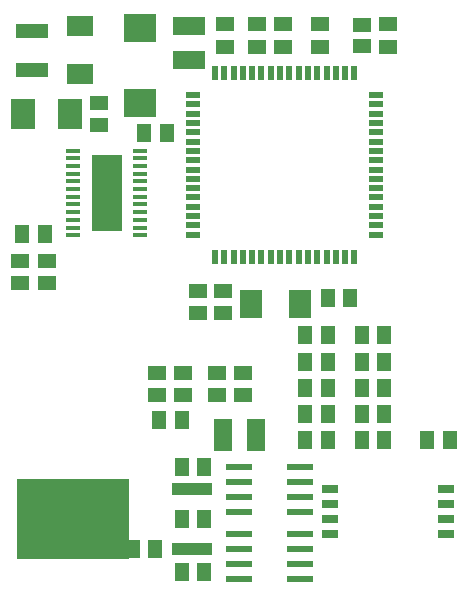
<source format=gbr>
G04 EAGLE Gerber RS-274X export*
G75*
%MOMM*%
%FSLAX34Y34*%
%LPD*%
%INSolderpaste Top*%
%IPPOS*%
%AMOC8*
5,1,8,0,0,1.08239X$1,22.5*%
G01*
%ADD10R,2.000000X2.500000*%
%ADD11R,2.160000X1.780000*%
%ADD12R,2.800000X1.200000*%
%ADD13R,2.800000X2.400000*%
%ADD14R,1.300000X1.500000*%
%ADD15R,1.500000X1.300000*%
%ADD16R,1.900000X2.400000*%
%ADD17R,3.400000X1.000000*%
%ADD18R,9.600000X6.800000*%
%ADD19R,1.300000X0.450000*%
%ADD20R,2.650000X6.400000*%
%ADD21R,2.700000X1.600000*%
%ADD22R,1.600000X2.700000*%
%ADD23R,2.200000X0.600000*%
%ADD24R,1.346200X0.685800*%
%ADD25R,1.193800X0.558800*%
%ADD26R,0.558800X1.193800*%


D10*
X122875Y415925D03*
X162875Y415925D03*
D11*
X171450Y449600D03*
X171450Y490300D03*
D12*
X130175Y486400D03*
X130175Y453400D03*
D13*
X222250Y425700D03*
X222250Y488700D03*
D14*
X380975Y161925D03*
X361975Y161925D03*
X380975Y184150D03*
X361975Y184150D03*
X380975Y206375D03*
X361975Y206375D03*
X380975Y228600D03*
X361975Y228600D03*
X428600Y228600D03*
X409600Y228600D03*
X428600Y184150D03*
X409600Y184150D03*
X428600Y161925D03*
X409600Y161925D03*
X380975Y139700D03*
X361975Y139700D03*
X409600Y139700D03*
X428600Y139700D03*
D15*
X320675Y492100D03*
X320675Y473100D03*
X342900Y473100D03*
X342900Y492100D03*
X374650Y492100D03*
X374650Y473100D03*
X293688Y492100D03*
X293688Y473100D03*
X271463Y247675D03*
X271463Y266675D03*
X292100Y247675D03*
X292100Y266675D03*
D14*
X400025Y260350D03*
X381025Y260350D03*
D16*
X316210Y255568D03*
X357210Y255568D03*
D17*
X266025Y47625D03*
X266025Y98425D03*
D18*
X165025Y73025D03*
D19*
X165175Y385000D03*
X165175Y378500D03*
X165175Y372000D03*
X165175Y365500D03*
X165175Y359000D03*
X165175Y352500D03*
X165175Y346000D03*
X165175Y339500D03*
X165175Y333000D03*
X165175Y326500D03*
X165175Y320000D03*
X165175Y313500D03*
X222175Y313500D03*
X222175Y320000D03*
X222175Y326500D03*
X222175Y333000D03*
X222175Y339500D03*
X222175Y346000D03*
X222175Y352500D03*
X222175Y359000D03*
X222175Y365500D03*
X222175Y372000D03*
X222175Y378500D03*
X222175Y385000D03*
D20*
X193675Y349250D03*
D15*
X187325Y425425D03*
X187325Y406425D03*
D14*
X225450Y400050D03*
X244450Y400050D03*
D21*
X263525Y490250D03*
X263525Y462250D03*
D14*
X276200Y28575D03*
X257200Y28575D03*
D22*
X320388Y144463D03*
X292388Y144463D03*
D23*
X357788Y34925D03*
X305788Y34925D03*
X357788Y22225D03*
X357788Y47625D03*
X357788Y60325D03*
X305788Y22225D03*
X305788Y47625D03*
X305788Y60325D03*
D14*
X234925Y47625D03*
X215925Y47625D03*
D24*
X382588Y60325D03*
X382588Y98425D03*
X382588Y73025D03*
X382588Y85725D03*
X481013Y60325D03*
X481013Y98425D03*
X481013Y73025D03*
X481013Y85725D03*
D25*
X266891Y432118D03*
X266891Y424244D03*
X266891Y416370D03*
X266891Y408496D03*
X266891Y400622D03*
X266891Y392748D03*
X266891Y384874D03*
X266891Y377000D03*
X266891Y369126D03*
X266891Y361252D03*
X266891Y353378D03*
X266891Y345504D03*
X266891Y337630D03*
X266891Y329756D03*
X266891Y321882D03*
X266891Y314008D03*
D26*
X285433Y295466D03*
X293307Y295466D03*
X301181Y295466D03*
X309055Y295466D03*
X316929Y295466D03*
X324803Y295466D03*
X332677Y295466D03*
X340551Y295466D03*
X348425Y295466D03*
X356299Y295466D03*
X364173Y295466D03*
X372047Y295466D03*
X379921Y295466D03*
X387795Y295466D03*
X395669Y295466D03*
X403543Y295466D03*
D25*
X422085Y314008D03*
X422085Y321882D03*
X422085Y329756D03*
X422085Y337630D03*
X422085Y345504D03*
X422085Y353378D03*
X422085Y361252D03*
X422085Y369126D03*
X422085Y377000D03*
X422085Y384874D03*
X422085Y392748D03*
X422085Y400622D03*
X422085Y408496D03*
X422085Y416370D03*
X422085Y424244D03*
X422085Y432118D03*
D26*
X403543Y450660D03*
X395669Y450660D03*
X387795Y450660D03*
X379921Y450660D03*
X372047Y450660D03*
X364173Y450660D03*
X356299Y450660D03*
X348425Y450660D03*
X340551Y450660D03*
X332677Y450660D03*
X324803Y450660D03*
X316929Y450660D03*
X309055Y450660D03*
X301181Y450660D03*
X293307Y450660D03*
X285433Y450660D03*
D14*
X141263Y314325D03*
X122263Y314325D03*
D15*
X120650Y292075D03*
X120650Y273075D03*
X142875Y292075D03*
X142875Y273075D03*
X409575Y491100D03*
X409575Y474100D03*
X431800Y473100D03*
X431800Y492100D03*
D14*
X276200Y73025D03*
X257200Y73025D03*
X428600Y206375D03*
X409600Y206375D03*
D15*
X258763Y177825D03*
X258763Y196825D03*
X236538Y196825D03*
X236538Y177825D03*
D14*
X257150Y157163D03*
X238150Y157163D03*
D15*
X309563Y177825D03*
X309563Y196825D03*
X287338Y177825D03*
X287338Y196825D03*
D23*
X357788Y92075D03*
X305788Y92075D03*
X357788Y79375D03*
X357788Y104775D03*
X357788Y117475D03*
X305788Y79375D03*
X305788Y104775D03*
X305788Y117475D03*
D14*
X276200Y117475D03*
X257200Y117475D03*
X484163Y139700D03*
X465163Y139700D03*
M02*

</source>
